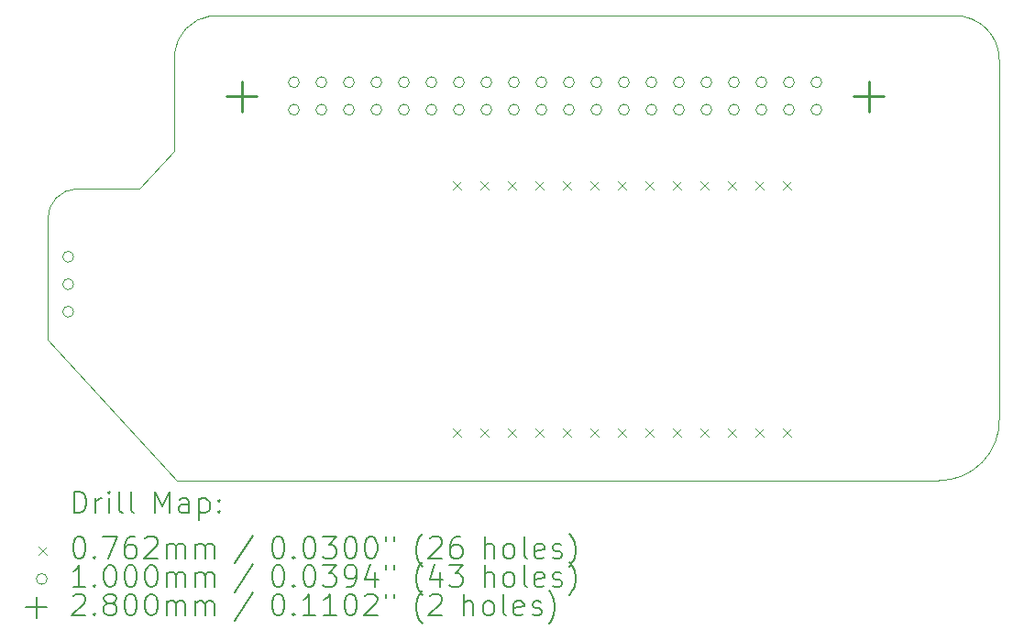
<source format=gbr>
%TF.GenerationSoftware,KiCad,Pcbnew,(7.0.0)*%
%TF.CreationDate,2023-07-17T15:36:43+02:00*%
%TF.ProjectId,SupportCoral,53757070-6f72-4744-936f-72616c2e6b69,rev?*%
%TF.SameCoordinates,Original*%
%TF.FileFunction,Drillmap*%
%TF.FilePolarity,Positive*%
%FSLAX45Y45*%
G04 Gerber Fmt 4.5, Leading zero omitted, Abs format (unit mm)*
G04 Created by KiCad (PCBNEW (7.0.0)) date 2023-07-17 15:36:43*
%MOMM*%
%LPD*%
G01*
G04 APERTURE LIST*
%ADD10C,0.100000*%
%ADD11C,0.200000*%
%ADD12C,0.076200*%
%ADD13C,0.280000*%
G04 APERTURE END LIST*
D10*
X4480000Y-6530000D02*
X4800000Y-6180000D01*
X3910000Y-6529821D02*
X4480000Y-6530000D01*
X3630000Y-6820000D02*
X3630000Y-7930000D01*
X5130800Y-4932985D02*
G75*
G03*
X4800527Y-5280054I59200J-387015D01*
G01*
X12419645Y-8650052D02*
X12419029Y-5349976D01*
X11860000Y-9230000D02*
X4820000Y-9230000D01*
X4800527Y-5280054D02*
X4800000Y-6180000D01*
X12419029Y-5349976D02*
G75*
G03*
X12000000Y-4930972I-409029J9976D01*
G01*
X3630000Y-7930000D02*
X4820000Y-9230000D01*
X3910000Y-6529821D02*
G75*
G03*
X3630000Y-6820000I0J-280179D01*
G01*
X11860000Y-9230000D02*
G75*
G03*
X12419645Y-8650052I0J560000D01*
G01*
X5130800Y-4932985D02*
X12000000Y-4930972D01*
D11*
D12*
X7373900Y-6461900D02*
X7450100Y-6538100D01*
X7450100Y-6461900D02*
X7373900Y-6538100D01*
X7373900Y-8747900D02*
X7450100Y-8824100D01*
X7450100Y-8747900D02*
X7373900Y-8824100D01*
X7627900Y-6461900D02*
X7704100Y-6538100D01*
X7704100Y-6461900D02*
X7627900Y-6538100D01*
X7627900Y-8747900D02*
X7704100Y-8824100D01*
X7704100Y-8747900D02*
X7627900Y-8824100D01*
X7881900Y-6461900D02*
X7958100Y-6538100D01*
X7958100Y-6461900D02*
X7881900Y-6538100D01*
X7881900Y-8747900D02*
X7958100Y-8824100D01*
X7958100Y-8747900D02*
X7881900Y-8824100D01*
X8135900Y-6461900D02*
X8212100Y-6538100D01*
X8212100Y-6461900D02*
X8135900Y-6538100D01*
X8135900Y-8747900D02*
X8212100Y-8824100D01*
X8212100Y-8747900D02*
X8135900Y-8824100D01*
X8389900Y-6461900D02*
X8466100Y-6538100D01*
X8466100Y-6461900D02*
X8389900Y-6538100D01*
X8389900Y-8747900D02*
X8466100Y-8824100D01*
X8466100Y-8747900D02*
X8389900Y-8824100D01*
X8643900Y-6461900D02*
X8720100Y-6538100D01*
X8720100Y-6461900D02*
X8643900Y-6538100D01*
X8643900Y-8747900D02*
X8720100Y-8824100D01*
X8720100Y-8747900D02*
X8643900Y-8824100D01*
X8897900Y-6461900D02*
X8974100Y-6538100D01*
X8974100Y-6461900D02*
X8897900Y-6538100D01*
X8897900Y-8747900D02*
X8974100Y-8824100D01*
X8974100Y-8747900D02*
X8897900Y-8824100D01*
X9151900Y-6461900D02*
X9228100Y-6538100D01*
X9228100Y-6461900D02*
X9151900Y-6538100D01*
X9151900Y-8747900D02*
X9228100Y-8824100D01*
X9228100Y-8747900D02*
X9151900Y-8824100D01*
X9405900Y-6461900D02*
X9482100Y-6538100D01*
X9482100Y-6461900D02*
X9405900Y-6538100D01*
X9405900Y-8747900D02*
X9482100Y-8824100D01*
X9482100Y-8747900D02*
X9405900Y-8824100D01*
X9659900Y-6461900D02*
X9736100Y-6538100D01*
X9736100Y-6461900D02*
X9659900Y-6538100D01*
X9659900Y-8747900D02*
X9736100Y-8824100D01*
X9736100Y-8747900D02*
X9659900Y-8824100D01*
X9913900Y-6461900D02*
X9990100Y-6538100D01*
X9990100Y-6461900D02*
X9913900Y-6538100D01*
X9913900Y-8747900D02*
X9990100Y-8824100D01*
X9990100Y-8747900D02*
X9913900Y-8824100D01*
X10167900Y-6461900D02*
X10244100Y-6538100D01*
X10244100Y-6461900D02*
X10167900Y-6538100D01*
X10167900Y-8747900D02*
X10244100Y-8824100D01*
X10244100Y-8747900D02*
X10167900Y-8824100D01*
X10421900Y-6461900D02*
X10498100Y-6538100D01*
X10498100Y-6461900D02*
X10421900Y-6538100D01*
X10421900Y-8747900D02*
X10498100Y-8824100D01*
X10498100Y-8747900D02*
X10421900Y-8824100D01*
D10*
X3870000Y-7160000D02*
G75*
G03*
X3870000Y-7160000I-50000J0D01*
G01*
X3870000Y-7414000D02*
G75*
G03*
X3870000Y-7414000I-50000J0D01*
G01*
X3870000Y-7668000D02*
G75*
G03*
X3870000Y-7668000I-50000J0D01*
G01*
X5954000Y-5546000D02*
G75*
G03*
X5954000Y-5546000I-50000J0D01*
G01*
X5954000Y-5800000D02*
G75*
G03*
X5954000Y-5800000I-50000J0D01*
G01*
X6208000Y-5546000D02*
G75*
G03*
X6208000Y-5546000I-50000J0D01*
G01*
X6208000Y-5800000D02*
G75*
G03*
X6208000Y-5800000I-50000J0D01*
G01*
X6462000Y-5546000D02*
G75*
G03*
X6462000Y-5546000I-50000J0D01*
G01*
X6462000Y-5800000D02*
G75*
G03*
X6462000Y-5800000I-50000J0D01*
G01*
X6716000Y-5546000D02*
G75*
G03*
X6716000Y-5546000I-50000J0D01*
G01*
X6716000Y-5800000D02*
G75*
G03*
X6716000Y-5800000I-50000J0D01*
G01*
X6970000Y-5546000D02*
G75*
G03*
X6970000Y-5546000I-50000J0D01*
G01*
X6970000Y-5800000D02*
G75*
G03*
X6970000Y-5800000I-50000J0D01*
G01*
X7224000Y-5546000D02*
G75*
G03*
X7224000Y-5546000I-50000J0D01*
G01*
X7224000Y-5800000D02*
G75*
G03*
X7224000Y-5800000I-50000J0D01*
G01*
X7478000Y-5546000D02*
G75*
G03*
X7478000Y-5546000I-50000J0D01*
G01*
X7478000Y-5800000D02*
G75*
G03*
X7478000Y-5800000I-50000J0D01*
G01*
X7732000Y-5546000D02*
G75*
G03*
X7732000Y-5546000I-50000J0D01*
G01*
X7732000Y-5800000D02*
G75*
G03*
X7732000Y-5800000I-50000J0D01*
G01*
X7986000Y-5546000D02*
G75*
G03*
X7986000Y-5546000I-50000J0D01*
G01*
X7986000Y-5800000D02*
G75*
G03*
X7986000Y-5800000I-50000J0D01*
G01*
X8240000Y-5546000D02*
G75*
G03*
X8240000Y-5546000I-50000J0D01*
G01*
X8240000Y-5800000D02*
G75*
G03*
X8240000Y-5800000I-50000J0D01*
G01*
X8494000Y-5546000D02*
G75*
G03*
X8494000Y-5546000I-50000J0D01*
G01*
X8494000Y-5800000D02*
G75*
G03*
X8494000Y-5800000I-50000J0D01*
G01*
X8748000Y-5546000D02*
G75*
G03*
X8748000Y-5546000I-50000J0D01*
G01*
X8748000Y-5800000D02*
G75*
G03*
X8748000Y-5800000I-50000J0D01*
G01*
X9002000Y-5546000D02*
G75*
G03*
X9002000Y-5546000I-50000J0D01*
G01*
X9002000Y-5800000D02*
G75*
G03*
X9002000Y-5800000I-50000J0D01*
G01*
X9256000Y-5546000D02*
G75*
G03*
X9256000Y-5546000I-50000J0D01*
G01*
X9256000Y-5800000D02*
G75*
G03*
X9256000Y-5800000I-50000J0D01*
G01*
X9510000Y-5546000D02*
G75*
G03*
X9510000Y-5546000I-50000J0D01*
G01*
X9510000Y-5800000D02*
G75*
G03*
X9510000Y-5800000I-50000J0D01*
G01*
X9764000Y-5546000D02*
G75*
G03*
X9764000Y-5546000I-50000J0D01*
G01*
X9764000Y-5800000D02*
G75*
G03*
X9764000Y-5800000I-50000J0D01*
G01*
X10018000Y-5546000D02*
G75*
G03*
X10018000Y-5546000I-50000J0D01*
G01*
X10018000Y-5800000D02*
G75*
G03*
X10018000Y-5800000I-50000J0D01*
G01*
X10272000Y-5546000D02*
G75*
G03*
X10272000Y-5546000I-50000J0D01*
G01*
X10272000Y-5800000D02*
G75*
G03*
X10272000Y-5800000I-50000J0D01*
G01*
X10526000Y-5546000D02*
G75*
G03*
X10526000Y-5546000I-50000J0D01*
G01*
X10526000Y-5800000D02*
G75*
G03*
X10526000Y-5800000I-50000J0D01*
G01*
X10780000Y-5546000D02*
G75*
G03*
X10780000Y-5546000I-50000J0D01*
G01*
X10780000Y-5800000D02*
G75*
G03*
X10780000Y-5800000I-50000J0D01*
G01*
D13*
X5422900Y-5536900D02*
X5422900Y-5816900D01*
X5282900Y-5676900D02*
X5562900Y-5676900D01*
X11214100Y-5536900D02*
X11214100Y-5816900D01*
X11074100Y-5676900D02*
X11354100Y-5676900D01*
D11*
X3872440Y-9528476D02*
X3872440Y-9328476D01*
X3872440Y-9328476D02*
X3920059Y-9328476D01*
X3920059Y-9328476D02*
X3948631Y-9338000D01*
X3948631Y-9338000D02*
X3967679Y-9357048D01*
X3967679Y-9357048D02*
X3977202Y-9376095D01*
X3977202Y-9376095D02*
X3986726Y-9414190D01*
X3986726Y-9414190D02*
X3986726Y-9442762D01*
X3986726Y-9442762D02*
X3977202Y-9480857D01*
X3977202Y-9480857D02*
X3967679Y-9499905D01*
X3967679Y-9499905D02*
X3948631Y-9518952D01*
X3948631Y-9518952D02*
X3920059Y-9528476D01*
X3920059Y-9528476D02*
X3872440Y-9528476D01*
X4072440Y-9528476D02*
X4072440Y-9395143D01*
X4072440Y-9433238D02*
X4081964Y-9414190D01*
X4081964Y-9414190D02*
X4091488Y-9404667D01*
X4091488Y-9404667D02*
X4110536Y-9395143D01*
X4110536Y-9395143D02*
X4129583Y-9395143D01*
X4196250Y-9528476D02*
X4196250Y-9395143D01*
X4196250Y-9328476D02*
X4186726Y-9338000D01*
X4186726Y-9338000D02*
X4196250Y-9347524D01*
X4196250Y-9347524D02*
X4205774Y-9338000D01*
X4205774Y-9338000D02*
X4196250Y-9328476D01*
X4196250Y-9328476D02*
X4196250Y-9347524D01*
X4320060Y-9528476D02*
X4301012Y-9518952D01*
X4301012Y-9518952D02*
X4291488Y-9499905D01*
X4291488Y-9499905D02*
X4291488Y-9328476D01*
X4424821Y-9528476D02*
X4405774Y-9518952D01*
X4405774Y-9518952D02*
X4396250Y-9499905D01*
X4396250Y-9499905D02*
X4396250Y-9328476D01*
X4621012Y-9528476D02*
X4621012Y-9328476D01*
X4621012Y-9328476D02*
X4687679Y-9471333D01*
X4687679Y-9471333D02*
X4754345Y-9328476D01*
X4754345Y-9328476D02*
X4754345Y-9528476D01*
X4935298Y-9528476D02*
X4935298Y-9423714D01*
X4935298Y-9423714D02*
X4925774Y-9404667D01*
X4925774Y-9404667D02*
X4906726Y-9395143D01*
X4906726Y-9395143D02*
X4868631Y-9395143D01*
X4868631Y-9395143D02*
X4849583Y-9404667D01*
X4935298Y-9518952D02*
X4916250Y-9528476D01*
X4916250Y-9528476D02*
X4868631Y-9528476D01*
X4868631Y-9528476D02*
X4849583Y-9518952D01*
X4849583Y-9518952D02*
X4840060Y-9499905D01*
X4840060Y-9499905D02*
X4840060Y-9480857D01*
X4840060Y-9480857D02*
X4849583Y-9461810D01*
X4849583Y-9461810D02*
X4868631Y-9452286D01*
X4868631Y-9452286D02*
X4916250Y-9452286D01*
X4916250Y-9452286D02*
X4935298Y-9442762D01*
X5030536Y-9395143D02*
X5030536Y-9595143D01*
X5030536Y-9404667D02*
X5049583Y-9395143D01*
X5049583Y-9395143D02*
X5087679Y-9395143D01*
X5087679Y-9395143D02*
X5106726Y-9404667D01*
X5106726Y-9404667D02*
X5116250Y-9414190D01*
X5116250Y-9414190D02*
X5125774Y-9433238D01*
X5125774Y-9433238D02*
X5125774Y-9490381D01*
X5125774Y-9490381D02*
X5116250Y-9509429D01*
X5116250Y-9509429D02*
X5106726Y-9518952D01*
X5106726Y-9518952D02*
X5087679Y-9528476D01*
X5087679Y-9528476D02*
X5049583Y-9528476D01*
X5049583Y-9528476D02*
X5030536Y-9518952D01*
X5211488Y-9509429D02*
X5221012Y-9518952D01*
X5221012Y-9518952D02*
X5211488Y-9528476D01*
X5211488Y-9528476D02*
X5201964Y-9518952D01*
X5201964Y-9518952D02*
X5211488Y-9509429D01*
X5211488Y-9509429D02*
X5211488Y-9528476D01*
X5211488Y-9404667D02*
X5221012Y-9414190D01*
X5221012Y-9414190D02*
X5211488Y-9423714D01*
X5211488Y-9423714D02*
X5201964Y-9414190D01*
X5201964Y-9414190D02*
X5211488Y-9404667D01*
X5211488Y-9404667D02*
X5211488Y-9423714D01*
D12*
X3548621Y-9836900D02*
X3624821Y-9913100D01*
X3624821Y-9836900D02*
X3548621Y-9913100D01*
D11*
X3910536Y-9748476D02*
X3929583Y-9748476D01*
X3929583Y-9748476D02*
X3948631Y-9758000D01*
X3948631Y-9758000D02*
X3958155Y-9767524D01*
X3958155Y-9767524D02*
X3967679Y-9786571D01*
X3967679Y-9786571D02*
X3977202Y-9824667D01*
X3977202Y-9824667D02*
X3977202Y-9872286D01*
X3977202Y-9872286D02*
X3967679Y-9910381D01*
X3967679Y-9910381D02*
X3958155Y-9929429D01*
X3958155Y-9929429D02*
X3948631Y-9938952D01*
X3948631Y-9938952D02*
X3929583Y-9948476D01*
X3929583Y-9948476D02*
X3910536Y-9948476D01*
X3910536Y-9948476D02*
X3891488Y-9938952D01*
X3891488Y-9938952D02*
X3881964Y-9929429D01*
X3881964Y-9929429D02*
X3872440Y-9910381D01*
X3872440Y-9910381D02*
X3862917Y-9872286D01*
X3862917Y-9872286D02*
X3862917Y-9824667D01*
X3862917Y-9824667D02*
X3872440Y-9786571D01*
X3872440Y-9786571D02*
X3881964Y-9767524D01*
X3881964Y-9767524D02*
X3891488Y-9758000D01*
X3891488Y-9758000D02*
X3910536Y-9748476D01*
X4062917Y-9929429D02*
X4072440Y-9938952D01*
X4072440Y-9938952D02*
X4062917Y-9948476D01*
X4062917Y-9948476D02*
X4053393Y-9938952D01*
X4053393Y-9938952D02*
X4062917Y-9929429D01*
X4062917Y-9929429D02*
X4062917Y-9948476D01*
X4139107Y-9748476D02*
X4272441Y-9748476D01*
X4272441Y-9748476D02*
X4186726Y-9948476D01*
X4434345Y-9748476D02*
X4396250Y-9748476D01*
X4396250Y-9748476D02*
X4377202Y-9758000D01*
X4377202Y-9758000D02*
X4367679Y-9767524D01*
X4367679Y-9767524D02*
X4348631Y-9796095D01*
X4348631Y-9796095D02*
X4339107Y-9834190D01*
X4339107Y-9834190D02*
X4339107Y-9910381D01*
X4339107Y-9910381D02*
X4348631Y-9929429D01*
X4348631Y-9929429D02*
X4358155Y-9938952D01*
X4358155Y-9938952D02*
X4377202Y-9948476D01*
X4377202Y-9948476D02*
X4415298Y-9948476D01*
X4415298Y-9948476D02*
X4434345Y-9938952D01*
X4434345Y-9938952D02*
X4443869Y-9929429D01*
X4443869Y-9929429D02*
X4453393Y-9910381D01*
X4453393Y-9910381D02*
X4453393Y-9862762D01*
X4453393Y-9862762D02*
X4443869Y-9843714D01*
X4443869Y-9843714D02*
X4434345Y-9834190D01*
X4434345Y-9834190D02*
X4415298Y-9824667D01*
X4415298Y-9824667D02*
X4377202Y-9824667D01*
X4377202Y-9824667D02*
X4358155Y-9834190D01*
X4358155Y-9834190D02*
X4348631Y-9843714D01*
X4348631Y-9843714D02*
X4339107Y-9862762D01*
X4529583Y-9767524D02*
X4539107Y-9758000D01*
X4539107Y-9758000D02*
X4558155Y-9748476D01*
X4558155Y-9748476D02*
X4605774Y-9748476D01*
X4605774Y-9748476D02*
X4624822Y-9758000D01*
X4624822Y-9758000D02*
X4634345Y-9767524D01*
X4634345Y-9767524D02*
X4643869Y-9786571D01*
X4643869Y-9786571D02*
X4643869Y-9805619D01*
X4643869Y-9805619D02*
X4634345Y-9834190D01*
X4634345Y-9834190D02*
X4520060Y-9948476D01*
X4520060Y-9948476D02*
X4643869Y-9948476D01*
X4729583Y-9948476D02*
X4729583Y-9815143D01*
X4729583Y-9834190D02*
X4739107Y-9824667D01*
X4739107Y-9824667D02*
X4758155Y-9815143D01*
X4758155Y-9815143D02*
X4786726Y-9815143D01*
X4786726Y-9815143D02*
X4805774Y-9824667D01*
X4805774Y-9824667D02*
X4815298Y-9843714D01*
X4815298Y-9843714D02*
X4815298Y-9948476D01*
X4815298Y-9843714D02*
X4824822Y-9824667D01*
X4824822Y-9824667D02*
X4843869Y-9815143D01*
X4843869Y-9815143D02*
X4872441Y-9815143D01*
X4872441Y-9815143D02*
X4891488Y-9824667D01*
X4891488Y-9824667D02*
X4901012Y-9843714D01*
X4901012Y-9843714D02*
X4901012Y-9948476D01*
X4996250Y-9948476D02*
X4996250Y-9815143D01*
X4996250Y-9834190D02*
X5005774Y-9824667D01*
X5005774Y-9824667D02*
X5024822Y-9815143D01*
X5024822Y-9815143D02*
X5053393Y-9815143D01*
X5053393Y-9815143D02*
X5072441Y-9824667D01*
X5072441Y-9824667D02*
X5081964Y-9843714D01*
X5081964Y-9843714D02*
X5081964Y-9948476D01*
X5081964Y-9843714D02*
X5091488Y-9824667D01*
X5091488Y-9824667D02*
X5110536Y-9815143D01*
X5110536Y-9815143D02*
X5139107Y-9815143D01*
X5139107Y-9815143D02*
X5158155Y-9824667D01*
X5158155Y-9824667D02*
X5167679Y-9843714D01*
X5167679Y-9843714D02*
X5167679Y-9948476D01*
X5525774Y-9738952D02*
X5354345Y-9996095D01*
X5750536Y-9748476D02*
X5769583Y-9748476D01*
X5769583Y-9748476D02*
X5788631Y-9758000D01*
X5788631Y-9758000D02*
X5798155Y-9767524D01*
X5798155Y-9767524D02*
X5807679Y-9786571D01*
X5807679Y-9786571D02*
X5817202Y-9824667D01*
X5817202Y-9824667D02*
X5817202Y-9872286D01*
X5817202Y-9872286D02*
X5807679Y-9910381D01*
X5807679Y-9910381D02*
X5798155Y-9929429D01*
X5798155Y-9929429D02*
X5788631Y-9938952D01*
X5788631Y-9938952D02*
X5769583Y-9948476D01*
X5769583Y-9948476D02*
X5750536Y-9948476D01*
X5750536Y-9948476D02*
X5731488Y-9938952D01*
X5731488Y-9938952D02*
X5721964Y-9929429D01*
X5721964Y-9929429D02*
X5712441Y-9910381D01*
X5712441Y-9910381D02*
X5702917Y-9872286D01*
X5702917Y-9872286D02*
X5702917Y-9824667D01*
X5702917Y-9824667D02*
X5712441Y-9786571D01*
X5712441Y-9786571D02*
X5721964Y-9767524D01*
X5721964Y-9767524D02*
X5731488Y-9758000D01*
X5731488Y-9758000D02*
X5750536Y-9748476D01*
X5902917Y-9929429D02*
X5912441Y-9938952D01*
X5912441Y-9938952D02*
X5902917Y-9948476D01*
X5902917Y-9948476D02*
X5893393Y-9938952D01*
X5893393Y-9938952D02*
X5902917Y-9929429D01*
X5902917Y-9929429D02*
X5902917Y-9948476D01*
X6036250Y-9748476D02*
X6055298Y-9748476D01*
X6055298Y-9748476D02*
X6074345Y-9758000D01*
X6074345Y-9758000D02*
X6083869Y-9767524D01*
X6083869Y-9767524D02*
X6093393Y-9786571D01*
X6093393Y-9786571D02*
X6102917Y-9824667D01*
X6102917Y-9824667D02*
X6102917Y-9872286D01*
X6102917Y-9872286D02*
X6093393Y-9910381D01*
X6093393Y-9910381D02*
X6083869Y-9929429D01*
X6083869Y-9929429D02*
X6074345Y-9938952D01*
X6074345Y-9938952D02*
X6055298Y-9948476D01*
X6055298Y-9948476D02*
X6036250Y-9948476D01*
X6036250Y-9948476D02*
X6017202Y-9938952D01*
X6017202Y-9938952D02*
X6007679Y-9929429D01*
X6007679Y-9929429D02*
X5998155Y-9910381D01*
X5998155Y-9910381D02*
X5988631Y-9872286D01*
X5988631Y-9872286D02*
X5988631Y-9824667D01*
X5988631Y-9824667D02*
X5998155Y-9786571D01*
X5998155Y-9786571D02*
X6007679Y-9767524D01*
X6007679Y-9767524D02*
X6017202Y-9758000D01*
X6017202Y-9758000D02*
X6036250Y-9748476D01*
X6169583Y-9748476D02*
X6293393Y-9748476D01*
X6293393Y-9748476D02*
X6226726Y-9824667D01*
X6226726Y-9824667D02*
X6255298Y-9824667D01*
X6255298Y-9824667D02*
X6274345Y-9834190D01*
X6274345Y-9834190D02*
X6283869Y-9843714D01*
X6283869Y-9843714D02*
X6293393Y-9862762D01*
X6293393Y-9862762D02*
X6293393Y-9910381D01*
X6293393Y-9910381D02*
X6283869Y-9929429D01*
X6283869Y-9929429D02*
X6274345Y-9938952D01*
X6274345Y-9938952D02*
X6255298Y-9948476D01*
X6255298Y-9948476D02*
X6198155Y-9948476D01*
X6198155Y-9948476D02*
X6179107Y-9938952D01*
X6179107Y-9938952D02*
X6169583Y-9929429D01*
X6417202Y-9748476D02*
X6436250Y-9748476D01*
X6436250Y-9748476D02*
X6455298Y-9758000D01*
X6455298Y-9758000D02*
X6464822Y-9767524D01*
X6464822Y-9767524D02*
X6474345Y-9786571D01*
X6474345Y-9786571D02*
X6483869Y-9824667D01*
X6483869Y-9824667D02*
X6483869Y-9872286D01*
X6483869Y-9872286D02*
X6474345Y-9910381D01*
X6474345Y-9910381D02*
X6464822Y-9929429D01*
X6464822Y-9929429D02*
X6455298Y-9938952D01*
X6455298Y-9938952D02*
X6436250Y-9948476D01*
X6436250Y-9948476D02*
X6417202Y-9948476D01*
X6417202Y-9948476D02*
X6398155Y-9938952D01*
X6398155Y-9938952D02*
X6388631Y-9929429D01*
X6388631Y-9929429D02*
X6379107Y-9910381D01*
X6379107Y-9910381D02*
X6369583Y-9872286D01*
X6369583Y-9872286D02*
X6369583Y-9824667D01*
X6369583Y-9824667D02*
X6379107Y-9786571D01*
X6379107Y-9786571D02*
X6388631Y-9767524D01*
X6388631Y-9767524D02*
X6398155Y-9758000D01*
X6398155Y-9758000D02*
X6417202Y-9748476D01*
X6607679Y-9748476D02*
X6626726Y-9748476D01*
X6626726Y-9748476D02*
X6645774Y-9758000D01*
X6645774Y-9758000D02*
X6655298Y-9767524D01*
X6655298Y-9767524D02*
X6664822Y-9786571D01*
X6664822Y-9786571D02*
X6674345Y-9824667D01*
X6674345Y-9824667D02*
X6674345Y-9872286D01*
X6674345Y-9872286D02*
X6664822Y-9910381D01*
X6664822Y-9910381D02*
X6655298Y-9929429D01*
X6655298Y-9929429D02*
X6645774Y-9938952D01*
X6645774Y-9938952D02*
X6626726Y-9948476D01*
X6626726Y-9948476D02*
X6607679Y-9948476D01*
X6607679Y-9948476D02*
X6588631Y-9938952D01*
X6588631Y-9938952D02*
X6579107Y-9929429D01*
X6579107Y-9929429D02*
X6569583Y-9910381D01*
X6569583Y-9910381D02*
X6560060Y-9872286D01*
X6560060Y-9872286D02*
X6560060Y-9824667D01*
X6560060Y-9824667D02*
X6569583Y-9786571D01*
X6569583Y-9786571D02*
X6579107Y-9767524D01*
X6579107Y-9767524D02*
X6588631Y-9758000D01*
X6588631Y-9758000D02*
X6607679Y-9748476D01*
X6750536Y-9748476D02*
X6750536Y-9786571D01*
X6826726Y-9748476D02*
X6826726Y-9786571D01*
X7089584Y-10024667D02*
X7080060Y-10015143D01*
X7080060Y-10015143D02*
X7061012Y-9986571D01*
X7061012Y-9986571D02*
X7051488Y-9967524D01*
X7051488Y-9967524D02*
X7041964Y-9938952D01*
X7041964Y-9938952D02*
X7032441Y-9891333D01*
X7032441Y-9891333D02*
X7032441Y-9853238D01*
X7032441Y-9853238D02*
X7041964Y-9805619D01*
X7041964Y-9805619D02*
X7051488Y-9777048D01*
X7051488Y-9777048D02*
X7061012Y-9758000D01*
X7061012Y-9758000D02*
X7080060Y-9729429D01*
X7080060Y-9729429D02*
X7089584Y-9719905D01*
X7156250Y-9767524D02*
X7165774Y-9758000D01*
X7165774Y-9758000D02*
X7184822Y-9748476D01*
X7184822Y-9748476D02*
X7232441Y-9748476D01*
X7232441Y-9748476D02*
X7251488Y-9758000D01*
X7251488Y-9758000D02*
X7261012Y-9767524D01*
X7261012Y-9767524D02*
X7270536Y-9786571D01*
X7270536Y-9786571D02*
X7270536Y-9805619D01*
X7270536Y-9805619D02*
X7261012Y-9834190D01*
X7261012Y-9834190D02*
X7146726Y-9948476D01*
X7146726Y-9948476D02*
X7270536Y-9948476D01*
X7441964Y-9748476D02*
X7403869Y-9748476D01*
X7403869Y-9748476D02*
X7384822Y-9758000D01*
X7384822Y-9758000D02*
X7375298Y-9767524D01*
X7375298Y-9767524D02*
X7356250Y-9796095D01*
X7356250Y-9796095D02*
X7346726Y-9834190D01*
X7346726Y-9834190D02*
X7346726Y-9910381D01*
X7346726Y-9910381D02*
X7356250Y-9929429D01*
X7356250Y-9929429D02*
X7365774Y-9938952D01*
X7365774Y-9938952D02*
X7384822Y-9948476D01*
X7384822Y-9948476D02*
X7422917Y-9948476D01*
X7422917Y-9948476D02*
X7441964Y-9938952D01*
X7441964Y-9938952D02*
X7451488Y-9929429D01*
X7451488Y-9929429D02*
X7461012Y-9910381D01*
X7461012Y-9910381D02*
X7461012Y-9862762D01*
X7461012Y-9862762D02*
X7451488Y-9843714D01*
X7451488Y-9843714D02*
X7441964Y-9834190D01*
X7441964Y-9834190D02*
X7422917Y-9824667D01*
X7422917Y-9824667D02*
X7384822Y-9824667D01*
X7384822Y-9824667D02*
X7365774Y-9834190D01*
X7365774Y-9834190D02*
X7356250Y-9843714D01*
X7356250Y-9843714D02*
X7346726Y-9862762D01*
X7666726Y-9948476D02*
X7666726Y-9748476D01*
X7752441Y-9948476D02*
X7752441Y-9843714D01*
X7752441Y-9843714D02*
X7742917Y-9824667D01*
X7742917Y-9824667D02*
X7723869Y-9815143D01*
X7723869Y-9815143D02*
X7695298Y-9815143D01*
X7695298Y-9815143D02*
X7676250Y-9824667D01*
X7676250Y-9824667D02*
X7666726Y-9834190D01*
X7876250Y-9948476D02*
X7857203Y-9938952D01*
X7857203Y-9938952D02*
X7847679Y-9929429D01*
X7847679Y-9929429D02*
X7838155Y-9910381D01*
X7838155Y-9910381D02*
X7838155Y-9853238D01*
X7838155Y-9853238D02*
X7847679Y-9834190D01*
X7847679Y-9834190D02*
X7857203Y-9824667D01*
X7857203Y-9824667D02*
X7876250Y-9815143D01*
X7876250Y-9815143D02*
X7904822Y-9815143D01*
X7904822Y-9815143D02*
X7923869Y-9824667D01*
X7923869Y-9824667D02*
X7933393Y-9834190D01*
X7933393Y-9834190D02*
X7942917Y-9853238D01*
X7942917Y-9853238D02*
X7942917Y-9910381D01*
X7942917Y-9910381D02*
X7933393Y-9929429D01*
X7933393Y-9929429D02*
X7923869Y-9938952D01*
X7923869Y-9938952D02*
X7904822Y-9948476D01*
X7904822Y-9948476D02*
X7876250Y-9948476D01*
X8057203Y-9948476D02*
X8038155Y-9938952D01*
X8038155Y-9938952D02*
X8028631Y-9919905D01*
X8028631Y-9919905D02*
X8028631Y-9748476D01*
X8209584Y-9938952D02*
X8190536Y-9948476D01*
X8190536Y-9948476D02*
X8152441Y-9948476D01*
X8152441Y-9948476D02*
X8133393Y-9938952D01*
X8133393Y-9938952D02*
X8123869Y-9919905D01*
X8123869Y-9919905D02*
X8123869Y-9843714D01*
X8123869Y-9843714D02*
X8133393Y-9824667D01*
X8133393Y-9824667D02*
X8152441Y-9815143D01*
X8152441Y-9815143D02*
X8190536Y-9815143D01*
X8190536Y-9815143D02*
X8209584Y-9824667D01*
X8209584Y-9824667D02*
X8219107Y-9843714D01*
X8219107Y-9843714D02*
X8219107Y-9862762D01*
X8219107Y-9862762D02*
X8123869Y-9881810D01*
X8295298Y-9938952D02*
X8314345Y-9948476D01*
X8314345Y-9948476D02*
X8352441Y-9948476D01*
X8352441Y-9948476D02*
X8371488Y-9938952D01*
X8371488Y-9938952D02*
X8381012Y-9919905D01*
X8381012Y-9919905D02*
X8381012Y-9910381D01*
X8381012Y-9910381D02*
X8371488Y-9891333D01*
X8371488Y-9891333D02*
X8352441Y-9881810D01*
X8352441Y-9881810D02*
X8323869Y-9881810D01*
X8323869Y-9881810D02*
X8304822Y-9872286D01*
X8304822Y-9872286D02*
X8295298Y-9853238D01*
X8295298Y-9853238D02*
X8295298Y-9843714D01*
X8295298Y-9843714D02*
X8304822Y-9824667D01*
X8304822Y-9824667D02*
X8323869Y-9815143D01*
X8323869Y-9815143D02*
X8352441Y-9815143D01*
X8352441Y-9815143D02*
X8371488Y-9824667D01*
X8447679Y-10024667D02*
X8457203Y-10015143D01*
X8457203Y-10015143D02*
X8476250Y-9986571D01*
X8476250Y-9986571D02*
X8485774Y-9967524D01*
X8485774Y-9967524D02*
X8495298Y-9938952D01*
X8495298Y-9938952D02*
X8504822Y-9891333D01*
X8504822Y-9891333D02*
X8504822Y-9853238D01*
X8504822Y-9853238D02*
X8495298Y-9805619D01*
X8495298Y-9805619D02*
X8485774Y-9777048D01*
X8485774Y-9777048D02*
X8476250Y-9758000D01*
X8476250Y-9758000D02*
X8457203Y-9729429D01*
X8457203Y-9729429D02*
X8447679Y-9719905D01*
D10*
X3624821Y-10139000D02*
G75*
G03*
X3624821Y-10139000I-50000J0D01*
G01*
D11*
X3977202Y-10212476D02*
X3862917Y-10212476D01*
X3920059Y-10212476D02*
X3920059Y-10012476D01*
X3920059Y-10012476D02*
X3901012Y-10041048D01*
X3901012Y-10041048D02*
X3881964Y-10060095D01*
X3881964Y-10060095D02*
X3862917Y-10069619D01*
X4062917Y-10193429D02*
X4072440Y-10202952D01*
X4072440Y-10202952D02*
X4062917Y-10212476D01*
X4062917Y-10212476D02*
X4053393Y-10202952D01*
X4053393Y-10202952D02*
X4062917Y-10193429D01*
X4062917Y-10193429D02*
X4062917Y-10212476D01*
X4196250Y-10012476D02*
X4215298Y-10012476D01*
X4215298Y-10012476D02*
X4234345Y-10022000D01*
X4234345Y-10022000D02*
X4243869Y-10031524D01*
X4243869Y-10031524D02*
X4253393Y-10050571D01*
X4253393Y-10050571D02*
X4262917Y-10088667D01*
X4262917Y-10088667D02*
X4262917Y-10136286D01*
X4262917Y-10136286D02*
X4253393Y-10174381D01*
X4253393Y-10174381D02*
X4243869Y-10193429D01*
X4243869Y-10193429D02*
X4234345Y-10202952D01*
X4234345Y-10202952D02*
X4215298Y-10212476D01*
X4215298Y-10212476D02*
X4196250Y-10212476D01*
X4196250Y-10212476D02*
X4177202Y-10202952D01*
X4177202Y-10202952D02*
X4167679Y-10193429D01*
X4167679Y-10193429D02*
X4158155Y-10174381D01*
X4158155Y-10174381D02*
X4148631Y-10136286D01*
X4148631Y-10136286D02*
X4148631Y-10088667D01*
X4148631Y-10088667D02*
X4158155Y-10050571D01*
X4158155Y-10050571D02*
X4167679Y-10031524D01*
X4167679Y-10031524D02*
X4177202Y-10022000D01*
X4177202Y-10022000D02*
X4196250Y-10012476D01*
X4386726Y-10012476D02*
X4405774Y-10012476D01*
X4405774Y-10012476D02*
X4424822Y-10022000D01*
X4424822Y-10022000D02*
X4434345Y-10031524D01*
X4434345Y-10031524D02*
X4443869Y-10050571D01*
X4443869Y-10050571D02*
X4453393Y-10088667D01*
X4453393Y-10088667D02*
X4453393Y-10136286D01*
X4453393Y-10136286D02*
X4443869Y-10174381D01*
X4443869Y-10174381D02*
X4434345Y-10193429D01*
X4434345Y-10193429D02*
X4424822Y-10202952D01*
X4424822Y-10202952D02*
X4405774Y-10212476D01*
X4405774Y-10212476D02*
X4386726Y-10212476D01*
X4386726Y-10212476D02*
X4367679Y-10202952D01*
X4367679Y-10202952D02*
X4358155Y-10193429D01*
X4358155Y-10193429D02*
X4348631Y-10174381D01*
X4348631Y-10174381D02*
X4339107Y-10136286D01*
X4339107Y-10136286D02*
X4339107Y-10088667D01*
X4339107Y-10088667D02*
X4348631Y-10050571D01*
X4348631Y-10050571D02*
X4358155Y-10031524D01*
X4358155Y-10031524D02*
X4367679Y-10022000D01*
X4367679Y-10022000D02*
X4386726Y-10012476D01*
X4577202Y-10012476D02*
X4596250Y-10012476D01*
X4596250Y-10012476D02*
X4615298Y-10022000D01*
X4615298Y-10022000D02*
X4624822Y-10031524D01*
X4624822Y-10031524D02*
X4634345Y-10050571D01*
X4634345Y-10050571D02*
X4643869Y-10088667D01*
X4643869Y-10088667D02*
X4643869Y-10136286D01*
X4643869Y-10136286D02*
X4634345Y-10174381D01*
X4634345Y-10174381D02*
X4624822Y-10193429D01*
X4624822Y-10193429D02*
X4615298Y-10202952D01*
X4615298Y-10202952D02*
X4596250Y-10212476D01*
X4596250Y-10212476D02*
X4577202Y-10212476D01*
X4577202Y-10212476D02*
X4558155Y-10202952D01*
X4558155Y-10202952D02*
X4548631Y-10193429D01*
X4548631Y-10193429D02*
X4539107Y-10174381D01*
X4539107Y-10174381D02*
X4529583Y-10136286D01*
X4529583Y-10136286D02*
X4529583Y-10088667D01*
X4529583Y-10088667D02*
X4539107Y-10050571D01*
X4539107Y-10050571D02*
X4548631Y-10031524D01*
X4548631Y-10031524D02*
X4558155Y-10022000D01*
X4558155Y-10022000D02*
X4577202Y-10012476D01*
X4729583Y-10212476D02*
X4729583Y-10079143D01*
X4729583Y-10098190D02*
X4739107Y-10088667D01*
X4739107Y-10088667D02*
X4758155Y-10079143D01*
X4758155Y-10079143D02*
X4786726Y-10079143D01*
X4786726Y-10079143D02*
X4805774Y-10088667D01*
X4805774Y-10088667D02*
X4815298Y-10107714D01*
X4815298Y-10107714D02*
X4815298Y-10212476D01*
X4815298Y-10107714D02*
X4824822Y-10088667D01*
X4824822Y-10088667D02*
X4843869Y-10079143D01*
X4843869Y-10079143D02*
X4872441Y-10079143D01*
X4872441Y-10079143D02*
X4891488Y-10088667D01*
X4891488Y-10088667D02*
X4901012Y-10107714D01*
X4901012Y-10107714D02*
X4901012Y-10212476D01*
X4996250Y-10212476D02*
X4996250Y-10079143D01*
X4996250Y-10098190D02*
X5005774Y-10088667D01*
X5005774Y-10088667D02*
X5024822Y-10079143D01*
X5024822Y-10079143D02*
X5053393Y-10079143D01*
X5053393Y-10079143D02*
X5072441Y-10088667D01*
X5072441Y-10088667D02*
X5081964Y-10107714D01*
X5081964Y-10107714D02*
X5081964Y-10212476D01*
X5081964Y-10107714D02*
X5091488Y-10088667D01*
X5091488Y-10088667D02*
X5110536Y-10079143D01*
X5110536Y-10079143D02*
X5139107Y-10079143D01*
X5139107Y-10079143D02*
X5158155Y-10088667D01*
X5158155Y-10088667D02*
X5167679Y-10107714D01*
X5167679Y-10107714D02*
X5167679Y-10212476D01*
X5525774Y-10002952D02*
X5354345Y-10260095D01*
X5750536Y-10012476D02*
X5769583Y-10012476D01*
X5769583Y-10012476D02*
X5788631Y-10022000D01*
X5788631Y-10022000D02*
X5798155Y-10031524D01*
X5798155Y-10031524D02*
X5807679Y-10050571D01*
X5807679Y-10050571D02*
X5817202Y-10088667D01*
X5817202Y-10088667D02*
X5817202Y-10136286D01*
X5817202Y-10136286D02*
X5807679Y-10174381D01*
X5807679Y-10174381D02*
X5798155Y-10193429D01*
X5798155Y-10193429D02*
X5788631Y-10202952D01*
X5788631Y-10202952D02*
X5769583Y-10212476D01*
X5769583Y-10212476D02*
X5750536Y-10212476D01*
X5750536Y-10212476D02*
X5731488Y-10202952D01*
X5731488Y-10202952D02*
X5721964Y-10193429D01*
X5721964Y-10193429D02*
X5712441Y-10174381D01*
X5712441Y-10174381D02*
X5702917Y-10136286D01*
X5702917Y-10136286D02*
X5702917Y-10088667D01*
X5702917Y-10088667D02*
X5712441Y-10050571D01*
X5712441Y-10050571D02*
X5721964Y-10031524D01*
X5721964Y-10031524D02*
X5731488Y-10022000D01*
X5731488Y-10022000D02*
X5750536Y-10012476D01*
X5902917Y-10193429D02*
X5912441Y-10202952D01*
X5912441Y-10202952D02*
X5902917Y-10212476D01*
X5902917Y-10212476D02*
X5893393Y-10202952D01*
X5893393Y-10202952D02*
X5902917Y-10193429D01*
X5902917Y-10193429D02*
X5902917Y-10212476D01*
X6036250Y-10012476D02*
X6055298Y-10012476D01*
X6055298Y-10012476D02*
X6074345Y-10022000D01*
X6074345Y-10022000D02*
X6083869Y-10031524D01*
X6083869Y-10031524D02*
X6093393Y-10050571D01*
X6093393Y-10050571D02*
X6102917Y-10088667D01*
X6102917Y-10088667D02*
X6102917Y-10136286D01*
X6102917Y-10136286D02*
X6093393Y-10174381D01*
X6093393Y-10174381D02*
X6083869Y-10193429D01*
X6083869Y-10193429D02*
X6074345Y-10202952D01*
X6074345Y-10202952D02*
X6055298Y-10212476D01*
X6055298Y-10212476D02*
X6036250Y-10212476D01*
X6036250Y-10212476D02*
X6017202Y-10202952D01*
X6017202Y-10202952D02*
X6007679Y-10193429D01*
X6007679Y-10193429D02*
X5998155Y-10174381D01*
X5998155Y-10174381D02*
X5988631Y-10136286D01*
X5988631Y-10136286D02*
X5988631Y-10088667D01*
X5988631Y-10088667D02*
X5998155Y-10050571D01*
X5998155Y-10050571D02*
X6007679Y-10031524D01*
X6007679Y-10031524D02*
X6017202Y-10022000D01*
X6017202Y-10022000D02*
X6036250Y-10012476D01*
X6169583Y-10012476D02*
X6293393Y-10012476D01*
X6293393Y-10012476D02*
X6226726Y-10088667D01*
X6226726Y-10088667D02*
X6255298Y-10088667D01*
X6255298Y-10088667D02*
X6274345Y-10098190D01*
X6274345Y-10098190D02*
X6283869Y-10107714D01*
X6283869Y-10107714D02*
X6293393Y-10126762D01*
X6293393Y-10126762D02*
X6293393Y-10174381D01*
X6293393Y-10174381D02*
X6283869Y-10193429D01*
X6283869Y-10193429D02*
X6274345Y-10202952D01*
X6274345Y-10202952D02*
X6255298Y-10212476D01*
X6255298Y-10212476D02*
X6198155Y-10212476D01*
X6198155Y-10212476D02*
X6179107Y-10202952D01*
X6179107Y-10202952D02*
X6169583Y-10193429D01*
X6388631Y-10212476D02*
X6426726Y-10212476D01*
X6426726Y-10212476D02*
X6445774Y-10202952D01*
X6445774Y-10202952D02*
X6455298Y-10193429D01*
X6455298Y-10193429D02*
X6474345Y-10164857D01*
X6474345Y-10164857D02*
X6483869Y-10126762D01*
X6483869Y-10126762D02*
X6483869Y-10050571D01*
X6483869Y-10050571D02*
X6474345Y-10031524D01*
X6474345Y-10031524D02*
X6464822Y-10022000D01*
X6464822Y-10022000D02*
X6445774Y-10012476D01*
X6445774Y-10012476D02*
X6407679Y-10012476D01*
X6407679Y-10012476D02*
X6388631Y-10022000D01*
X6388631Y-10022000D02*
X6379107Y-10031524D01*
X6379107Y-10031524D02*
X6369583Y-10050571D01*
X6369583Y-10050571D02*
X6369583Y-10098190D01*
X6369583Y-10098190D02*
X6379107Y-10117238D01*
X6379107Y-10117238D02*
X6388631Y-10126762D01*
X6388631Y-10126762D02*
X6407679Y-10136286D01*
X6407679Y-10136286D02*
X6445774Y-10136286D01*
X6445774Y-10136286D02*
X6464822Y-10126762D01*
X6464822Y-10126762D02*
X6474345Y-10117238D01*
X6474345Y-10117238D02*
X6483869Y-10098190D01*
X6655298Y-10079143D02*
X6655298Y-10212476D01*
X6607679Y-10002952D02*
X6560060Y-10145810D01*
X6560060Y-10145810D02*
X6683869Y-10145810D01*
X6750536Y-10012476D02*
X6750536Y-10050571D01*
X6826726Y-10012476D02*
X6826726Y-10050571D01*
X7089584Y-10288667D02*
X7080060Y-10279143D01*
X7080060Y-10279143D02*
X7061012Y-10250571D01*
X7061012Y-10250571D02*
X7051488Y-10231524D01*
X7051488Y-10231524D02*
X7041964Y-10202952D01*
X7041964Y-10202952D02*
X7032441Y-10155333D01*
X7032441Y-10155333D02*
X7032441Y-10117238D01*
X7032441Y-10117238D02*
X7041964Y-10069619D01*
X7041964Y-10069619D02*
X7051488Y-10041048D01*
X7051488Y-10041048D02*
X7061012Y-10022000D01*
X7061012Y-10022000D02*
X7080060Y-9993429D01*
X7080060Y-9993429D02*
X7089584Y-9983905D01*
X7251488Y-10079143D02*
X7251488Y-10212476D01*
X7203869Y-10002952D02*
X7156250Y-10145810D01*
X7156250Y-10145810D02*
X7280060Y-10145810D01*
X7337203Y-10012476D02*
X7461012Y-10012476D01*
X7461012Y-10012476D02*
X7394345Y-10088667D01*
X7394345Y-10088667D02*
X7422917Y-10088667D01*
X7422917Y-10088667D02*
X7441964Y-10098190D01*
X7441964Y-10098190D02*
X7451488Y-10107714D01*
X7451488Y-10107714D02*
X7461012Y-10126762D01*
X7461012Y-10126762D02*
X7461012Y-10174381D01*
X7461012Y-10174381D02*
X7451488Y-10193429D01*
X7451488Y-10193429D02*
X7441964Y-10202952D01*
X7441964Y-10202952D02*
X7422917Y-10212476D01*
X7422917Y-10212476D02*
X7365774Y-10212476D01*
X7365774Y-10212476D02*
X7346726Y-10202952D01*
X7346726Y-10202952D02*
X7337203Y-10193429D01*
X7666726Y-10212476D02*
X7666726Y-10012476D01*
X7752441Y-10212476D02*
X7752441Y-10107714D01*
X7752441Y-10107714D02*
X7742917Y-10088667D01*
X7742917Y-10088667D02*
X7723869Y-10079143D01*
X7723869Y-10079143D02*
X7695298Y-10079143D01*
X7695298Y-10079143D02*
X7676250Y-10088667D01*
X7676250Y-10088667D02*
X7666726Y-10098190D01*
X7876250Y-10212476D02*
X7857203Y-10202952D01*
X7857203Y-10202952D02*
X7847679Y-10193429D01*
X7847679Y-10193429D02*
X7838155Y-10174381D01*
X7838155Y-10174381D02*
X7838155Y-10117238D01*
X7838155Y-10117238D02*
X7847679Y-10098190D01*
X7847679Y-10098190D02*
X7857203Y-10088667D01*
X7857203Y-10088667D02*
X7876250Y-10079143D01*
X7876250Y-10079143D02*
X7904822Y-10079143D01*
X7904822Y-10079143D02*
X7923869Y-10088667D01*
X7923869Y-10088667D02*
X7933393Y-10098190D01*
X7933393Y-10098190D02*
X7942917Y-10117238D01*
X7942917Y-10117238D02*
X7942917Y-10174381D01*
X7942917Y-10174381D02*
X7933393Y-10193429D01*
X7933393Y-10193429D02*
X7923869Y-10202952D01*
X7923869Y-10202952D02*
X7904822Y-10212476D01*
X7904822Y-10212476D02*
X7876250Y-10212476D01*
X8057203Y-10212476D02*
X8038155Y-10202952D01*
X8038155Y-10202952D02*
X8028631Y-10183905D01*
X8028631Y-10183905D02*
X8028631Y-10012476D01*
X8209584Y-10202952D02*
X8190536Y-10212476D01*
X8190536Y-10212476D02*
X8152441Y-10212476D01*
X8152441Y-10212476D02*
X8133393Y-10202952D01*
X8133393Y-10202952D02*
X8123869Y-10183905D01*
X8123869Y-10183905D02*
X8123869Y-10107714D01*
X8123869Y-10107714D02*
X8133393Y-10088667D01*
X8133393Y-10088667D02*
X8152441Y-10079143D01*
X8152441Y-10079143D02*
X8190536Y-10079143D01*
X8190536Y-10079143D02*
X8209584Y-10088667D01*
X8209584Y-10088667D02*
X8219107Y-10107714D01*
X8219107Y-10107714D02*
X8219107Y-10126762D01*
X8219107Y-10126762D02*
X8123869Y-10145810D01*
X8295298Y-10202952D02*
X8314345Y-10212476D01*
X8314345Y-10212476D02*
X8352441Y-10212476D01*
X8352441Y-10212476D02*
X8371488Y-10202952D01*
X8371488Y-10202952D02*
X8381012Y-10183905D01*
X8381012Y-10183905D02*
X8381012Y-10174381D01*
X8381012Y-10174381D02*
X8371488Y-10155333D01*
X8371488Y-10155333D02*
X8352441Y-10145810D01*
X8352441Y-10145810D02*
X8323869Y-10145810D01*
X8323869Y-10145810D02*
X8304822Y-10136286D01*
X8304822Y-10136286D02*
X8295298Y-10117238D01*
X8295298Y-10117238D02*
X8295298Y-10107714D01*
X8295298Y-10107714D02*
X8304822Y-10088667D01*
X8304822Y-10088667D02*
X8323869Y-10079143D01*
X8323869Y-10079143D02*
X8352441Y-10079143D01*
X8352441Y-10079143D02*
X8371488Y-10088667D01*
X8447679Y-10288667D02*
X8457203Y-10279143D01*
X8457203Y-10279143D02*
X8476250Y-10250571D01*
X8476250Y-10250571D02*
X8485774Y-10231524D01*
X8485774Y-10231524D02*
X8495298Y-10202952D01*
X8495298Y-10202952D02*
X8504822Y-10155333D01*
X8504822Y-10155333D02*
X8504822Y-10117238D01*
X8504822Y-10117238D02*
X8495298Y-10069619D01*
X8495298Y-10069619D02*
X8485774Y-10041048D01*
X8485774Y-10041048D02*
X8476250Y-10022000D01*
X8476250Y-10022000D02*
X8457203Y-9993429D01*
X8457203Y-9993429D02*
X8447679Y-9983905D01*
X3524821Y-10303000D02*
X3524821Y-10503000D01*
X3424821Y-10403000D02*
X3624821Y-10403000D01*
X3862917Y-10295524D02*
X3872440Y-10286000D01*
X3872440Y-10286000D02*
X3891488Y-10276476D01*
X3891488Y-10276476D02*
X3939107Y-10276476D01*
X3939107Y-10276476D02*
X3958155Y-10286000D01*
X3958155Y-10286000D02*
X3967679Y-10295524D01*
X3967679Y-10295524D02*
X3977202Y-10314571D01*
X3977202Y-10314571D02*
X3977202Y-10333619D01*
X3977202Y-10333619D02*
X3967679Y-10362190D01*
X3967679Y-10362190D02*
X3853393Y-10476476D01*
X3853393Y-10476476D02*
X3977202Y-10476476D01*
X4062917Y-10457429D02*
X4072440Y-10466952D01*
X4072440Y-10466952D02*
X4062917Y-10476476D01*
X4062917Y-10476476D02*
X4053393Y-10466952D01*
X4053393Y-10466952D02*
X4062917Y-10457429D01*
X4062917Y-10457429D02*
X4062917Y-10476476D01*
X4186726Y-10362190D02*
X4167679Y-10352667D01*
X4167679Y-10352667D02*
X4158155Y-10343143D01*
X4158155Y-10343143D02*
X4148631Y-10324095D01*
X4148631Y-10324095D02*
X4148631Y-10314571D01*
X4148631Y-10314571D02*
X4158155Y-10295524D01*
X4158155Y-10295524D02*
X4167679Y-10286000D01*
X4167679Y-10286000D02*
X4186726Y-10276476D01*
X4186726Y-10276476D02*
X4224822Y-10276476D01*
X4224822Y-10276476D02*
X4243869Y-10286000D01*
X4243869Y-10286000D02*
X4253393Y-10295524D01*
X4253393Y-10295524D02*
X4262917Y-10314571D01*
X4262917Y-10314571D02*
X4262917Y-10324095D01*
X4262917Y-10324095D02*
X4253393Y-10343143D01*
X4253393Y-10343143D02*
X4243869Y-10352667D01*
X4243869Y-10352667D02*
X4224822Y-10362190D01*
X4224822Y-10362190D02*
X4186726Y-10362190D01*
X4186726Y-10362190D02*
X4167679Y-10371714D01*
X4167679Y-10371714D02*
X4158155Y-10381238D01*
X4158155Y-10381238D02*
X4148631Y-10400286D01*
X4148631Y-10400286D02*
X4148631Y-10438381D01*
X4148631Y-10438381D02*
X4158155Y-10457429D01*
X4158155Y-10457429D02*
X4167679Y-10466952D01*
X4167679Y-10466952D02*
X4186726Y-10476476D01*
X4186726Y-10476476D02*
X4224822Y-10476476D01*
X4224822Y-10476476D02*
X4243869Y-10466952D01*
X4243869Y-10466952D02*
X4253393Y-10457429D01*
X4253393Y-10457429D02*
X4262917Y-10438381D01*
X4262917Y-10438381D02*
X4262917Y-10400286D01*
X4262917Y-10400286D02*
X4253393Y-10381238D01*
X4253393Y-10381238D02*
X4243869Y-10371714D01*
X4243869Y-10371714D02*
X4224822Y-10362190D01*
X4386726Y-10276476D02*
X4405774Y-10276476D01*
X4405774Y-10276476D02*
X4424822Y-10286000D01*
X4424822Y-10286000D02*
X4434345Y-10295524D01*
X4434345Y-10295524D02*
X4443869Y-10314571D01*
X4443869Y-10314571D02*
X4453393Y-10352667D01*
X4453393Y-10352667D02*
X4453393Y-10400286D01*
X4453393Y-10400286D02*
X4443869Y-10438381D01*
X4443869Y-10438381D02*
X4434345Y-10457429D01*
X4434345Y-10457429D02*
X4424822Y-10466952D01*
X4424822Y-10466952D02*
X4405774Y-10476476D01*
X4405774Y-10476476D02*
X4386726Y-10476476D01*
X4386726Y-10476476D02*
X4367679Y-10466952D01*
X4367679Y-10466952D02*
X4358155Y-10457429D01*
X4358155Y-10457429D02*
X4348631Y-10438381D01*
X4348631Y-10438381D02*
X4339107Y-10400286D01*
X4339107Y-10400286D02*
X4339107Y-10352667D01*
X4339107Y-10352667D02*
X4348631Y-10314571D01*
X4348631Y-10314571D02*
X4358155Y-10295524D01*
X4358155Y-10295524D02*
X4367679Y-10286000D01*
X4367679Y-10286000D02*
X4386726Y-10276476D01*
X4577202Y-10276476D02*
X4596250Y-10276476D01*
X4596250Y-10276476D02*
X4615298Y-10286000D01*
X4615298Y-10286000D02*
X4624822Y-10295524D01*
X4624822Y-10295524D02*
X4634345Y-10314571D01*
X4634345Y-10314571D02*
X4643869Y-10352667D01*
X4643869Y-10352667D02*
X4643869Y-10400286D01*
X4643869Y-10400286D02*
X4634345Y-10438381D01*
X4634345Y-10438381D02*
X4624822Y-10457429D01*
X4624822Y-10457429D02*
X4615298Y-10466952D01*
X4615298Y-10466952D02*
X4596250Y-10476476D01*
X4596250Y-10476476D02*
X4577202Y-10476476D01*
X4577202Y-10476476D02*
X4558155Y-10466952D01*
X4558155Y-10466952D02*
X4548631Y-10457429D01*
X4548631Y-10457429D02*
X4539107Y-10438381D01*
X4539107Y-10438381D02*
X4529583Y-10400286D01*
X4529583Y-10400286D02*
X4529583Y-10352667D01*
X4529583Y-10352667D02*
X4539107Y-10314571D01*
X4539107Y-10314571D02*
X4548631Y-10295524D01*
X4548631Y-10295524D02*
X4558155Y-10286000D01*
X4558155Y-10286000D02*
X4577202Y-10276476D01*
X4729583Y-10476476D02*
X4729583Y-10343143D01*
X4729583Y-10362190D02*
X4739107Y-10352667D01*
X4739107Y-10352667D02*
X4758155Y-10343143D01*
X4758155Y-10343143D02*
X4786726Y-10343143D01*
X4786726Y-10343143D02*
X4805774Y-10352667D01*
X4805774Y-10352667D02*
X4815298Y-10371714D01*
X4815298Y-10371714D02*
X4815298Y-10476476D01*
X4815298Y-10371714D02*
X4824822Y-10352667D01*
X4824822Y-10352667D02*
X4843869Y-10343143D01*
X4843869Y-10343143D02*
X4872441Y-10343143D01*
X4872441Y-10343143D02*
X4891488Y-10352667D01*
X4891488Y-10352667D02*
X4901012Y-10371714D01*
X4901012Y-10371714D02*
X4901012Y-10476476D01*
X4996250Y-10476476D02*
X4996250Y-10343143D01*
X4996250Y-10362190D02*
X5005774Y-10352667D01*
X5005774Y-10352667D02*
X5024822Y-10343143D01*
X5024822Y-10343143D02*
X5053393Y-10343143D01*
X5053393Y-10343143D02*
X5072441Y-10352667D01*
X5072441Y-10352667D02*
X5081964Y-10371714D01*
X5081964Y-10371714D02*
X5081964Y-10476476D01*
X5081964Y-10371714D02*
X5091488Y-10352667D01*
X5091488Y-10352667D02*
X5110536Y-10343143D01*
X5110536Y-10343143D02*
X5139107Y-10343143D01*
X5139107Y-10343143D02*
X5158155Y-10352667D01*
X5158155Y-10352667D02*
X5167679Y-10371714D01*
X5167679Y-10371714D02*
X5167679Y-10476476D01*
X5525774Y-10266952D02*
X5354345Y-10524095D01*
X5750536Y-10276476D02*
X5769583Y-10276476D01*
X5769583Y-10276476D02*
X5788631Y-10286000D01*
X5788631Y-10286000D02*
X5798155Y-10295524D01*
X5798155Y-10295524D02*
X5807679Y-10314571D01*
X5807679Y-10314571D02*
X5817202Y-10352667D01*
X5817202Y-10352667D02*
X5817202Y-10400286D01*
X5817202Y-10400286D02*
X5807679Y-10438381D01*
X5807679Y-10438381D02*
X5798155Y-10457429D01*
X5798155Y-10457429D02*
X5788631Y-10466952D01*
X5788631Y-10466952D02*
X5769583Y-10476476D01*
X5769583Y-10476476D02*
X5750536Y-10476476D01*
X5750536Y-10476476D02*
X5731488Y-10466952D01*
X5731488Y-10466952D02*
X5721964Y-10457429D01*
X5721964Y-10457429D02*
X5712441Y-10438381D01*
X5712441Y-10438381D02*
X5702917Y-10400286D01*
X5702917Y-10400286D02*
X5702917Y-10352667D01*
X5702917Y-10352667D02*
X5712441Y-10314571D01*
X5712441Y-10314571D02*
X5721964Y-10295524D01*
X5721964Y-10295524D02*
X5731488Y-10286000D01*
X5731488Y-10286000D02*
X5750536Y-10276476D01*
X5902917Y-10457429D02*
X5912441Y-10466952D01*
X5912441Y-10466952D02*
X5902917Y-10476476D01*
X5902917Y-10476476D02*
X5893393Y-10466952D01*
X5893393Y-10466952D02*
X5902917Y-10457429D01*
X5902917Y-10457429D02*
X5902917Y-10476476D01*
X6102917Y-10476476D02*
X5988631Y-10476476D01*
X6045774Y-10476476D02*
X6045774Y-10276476D01*
X6045774Y-10276476D02*
X6026726Y-10305048D01*
X6026726Y-10305048D02*
X6007679Y-10324095D01*
X6007679Y-10324095D02*
X5988631Y-10333619D01*
X6293393Y-10476476D02*
X6179107Y-10476476D01*
X6236250Y-10476476D02*
X6236250Y-10276476D01*
X6236250Y-10276476D02*
X6217202Y-10305048D01*
X6217202Y-10305048D02*
X6198155Y-10324095D01*
X6198155Y-10324095D02*
X6179107Y-10333619D01*
X6417202Y-10276476D02*
X6436250Y-10276476D01*
X6436250Y-10276476D02*
X6455298Y-10286000D01*
X6455298Y-10286000D02*
X6464822Y-10295524D01*
X6464822Y-10295524D02*
X6474345Y-10314571D01*
X6474345Y-10314571D02*
X6483869Y-10352667D01*
X6483869Y-10352667D02*
X6483869Y-10400286D01*
X6483869Y-10400286D02*
X6474345Y-10438381D01*
X6474345Y-10438381D02*
X6464822Y-10457429D01*
X6464822Y-10457429D02*
X6455298Y-10466952D01*
X6455298Y-10466952D02*
X6436250Y-10476476D01*
X6436250Y-10476476D02*
X6417202Y-10476476D01*
X6417202Y-10476476D02*
X6398155Y-10466952D01*
X6398155Y-10466952D02*
X6388631Y-10457429D01*
X6388631Y-10457429D02*
X6379107Y-10438381D01*
X6379107Y-10438381D02*
X6369583Y-10400286D01*
X6369583Y-10400286D02*
X6369583Y-10352667D01*
X6369583Y-10352667D02*
X6379107Y-10314571D01*
X6379107Y-10314571D02*
X6388631Y-10295524D01*
X6388631Y-10295524D02*
X6398155Y-10286000D01*
X6398155Y-10286000D02*
X6417202Y-10276476D01*
X6560060Y-10295524D02*
X6569583Y-10286000D01*
X6569583Y-10286000D02*
X6588631Y-10276476D01*
X6588631Y-10276476D02*
X6636250Y-10276476D01*
X6636250Y-10276476D02*
X6655298Y-10286000D01*
X6655298Y-10286000D02*
X6664822Y-10295524D01*
X6664822Y-10295524D02*
X6674345Y-10314571D01*
X6674345Y-10314571D02*
X6674345Y-10333619D01*
X6674345Y-10333619D02*
X6664822Y-10362190D01*
X6664822Y-10362190D02*
X6550536Y-10476476D01*
X6550536Y-10476476D02*
X6674345Y-10476476D01*
X6750536Y-10276476D02*
X6750536Y-10314571D01*
X6826726Y-10276476D02*
X6826726Y-10314571D01*
X7089584Y-10552667D02*
X7080060Y-10543143D01*
X7080060Y-10543143D02*
X7061012Y-10514571D01*
X7061012Y-10514571D02*
X7051488Y-10495524D01*
X7051488Y-10495524D02*
X7041964Y-10466952D01*
X7041964Y-10466952D02*
X7032441Y-10419333D01*
X7032441Y-10419333D02*
X7032441Y-10381238D01*
X7032441Y-10381238D02*
X7041964Y-10333619D01*
X7041964Y-10333619D02*
X7051488Y-10305048D01*
X7051488Y-10305048D02*
X7061012Y-10286000D01*
X7061012Y-10286000D02*
X7080060Y-10257429D01*
X7080060Y-10257429D02*
X7089584Y-10247905D01*
X7156250Y-10295524D02*
X7165774Y-10286000D01*
X7165774Y-10286000D02*
X7184822Y-10276476D01*
X7184822Y-10276476D02*
X7232441Y-10276476D01*
X7232441Y-10276476D02*
X7251488Y-10286000D01*
X7251488Y-10286000D02*
X7261012Y-10295524D01*
X7261012Y-10295524D02*
X7270536Y-10314571D01*
X7270536Y-10314571D02*
X7270536Y-10333619D01*
X7270536Y-10333619D02*
X7261012Y-10362190D01*
X7261012Y-10362190D02*
X7146726Y-10476476D01*
X7146726Y-10476476D02*
X7270536Y-10476476D01*
X7476250Y-10476476D02*
X7476250Y-10276476D01*
X7561964Y-10476476D02*
X7561964Y-10371714D01*
X7561964Y-10371714D02*
X7552441Y-10352667D01*
X7552441Y-10352667D02*
X7533393Y-10343143D01*
X7533393Y-10343143D02*
X7504822Y-10343143D01*
X7504822Y-10343143D02*
X7485774Y-10352667D01*
X7485774Y-10352667D02*
X7476250Y-10362190D01*
X7685774Y-10476476D02*
X7666726Y-10466952D01*
X7666726Y-10466952D02*
X7657203Y-10457429D01*
X7657203Y-10457429D02*
X7647679Y-10438381D01*
X7647679Y-10438381D02*
X7647679Y-10381238D01*
X7647679Y-10381238D02*
X7657203Y-10362190D01*
X7657203Y-10362190D02*
X7666726Y-10352667D01*
X7666726Y-10352667D02*
X7685774Y-10343143D01*
X7685774Y-10343143D02*
X7714345Y-10343143D01*
X7714345Y-10343143D02*
X7733393Y-10352667D01*
X7733393Y-10352667D02*
X7742917Y-10362190D01*
X7742917Y-10362190D02*
X7752441Y-10381238D01*
X7752441Y-10381238D02*
X7752441Y-10438381D01*
X7752441Y-10438381D02*
X7742917Y-10457429D01*
X7742917Y-10457429D02*
X7733393Y-10466952D01*
X7733393Y-10466952D02*
X7714345Y-10476476D01*
X7714345Y-10476476D02*
X7685774Y-10476476D01*
X7866726Y-10476476D02*
X7847679Y-10466952D01*
X7847679Y-10466952D02*
X7838155Y-10447905D01*
X7838155Y-10447905D02*
X7838155Y-10276476D01*
X8019107Y-10466952D02*
X8000060Y-10476476D01*
X8000060Y-10476476D02*
X7961964Y-10476476D01*
X7961964Y-10476476D02*
X7942917Y-10466952D01*
X7942917Y-10466952D02*
X7933393Y-10447905D01*
X7933393Y-10447905D02*
X7933393Y-10371714D01*
X7933393Y-10371714D02*
X7942917Y-10352667D01*
X7942917Y-10352667D02*
X7961964Y-10343143D01*
X7961964Y-10343143D02*
X8000060Y-10343143D01*
X8000060Y-10343143D02*
X8019107Y-10352667D01*
X8019107Y-10352667D02*
X8028631Y-10371714D01*
X8028631Y-10371714D02*
X8028631Y-10390762D01*
X8028631Y-10390762D02*
X7933393Y-10409810D01*
X8104822Y-10466952D02*
X8123869Y-10476476D01*
X8123869Y-10476476D02*
X8161964Y-10476476D01*
X8161964Y-10476476D02*
X8181012Y-10466952D01*
X8181012Y-10466952D02*
X8190536Y-10447905D01*
X8190536Y-10447905D02*
X8190536Y-10438381D01*
X8190536Y-10438381D02*
X8181012Y-10419333D01*
X8181012Y-10419333D02*
X8161964Y-10409810D01*
X8161964Y-10409810D02*
X8133393Y-10409810D01*
X8133393Y-10409810D02*
X8114345Y-10400286D01*
X8114345Y-10400286D02*
X8104822Y-10381238D01*
X8104822Y-10381238D02*
X8104822Y-10371714D01*
X8104822Y-10371714D02*
X8114345Y-10352667D01*
X8114345Y-10352667D02*
X8133393Y-10343143D01*
X8133393Y-10343143D02*
X8161964Y-10343143D01*
X8161964Y-10343143D02*
X8181012Y-10352667D01*
X8257203Y-10552667D02*
X8266726Y-10543143D01*
X8266726Y-10543143D02*
X8285774Y-10514571D01*
X8285774Y-10514571D02*
X8295298Y-10495524D01*
X8295298Y-10495524D02*
X8304822Y-10466952D01*
X8304822Y-10466952D02*
X8314345Y-10419333D01*
X8314345Y-10419333D02*
X8314345Y-10381238D01*
X8314345Y-10381238D02*
X8304822Y-10333619D01*
X8304822Y-10333619D02*
X8295298Y-10305048D01*
X8295298Y-10305048D02*
X8285774Y-10286000D01*
X8285774Y-10286000D02*
X8266726Y-10257429D01*
X8266726Y-10257429D02*
X8257203Y-10247905D01*
M02*

</source>
